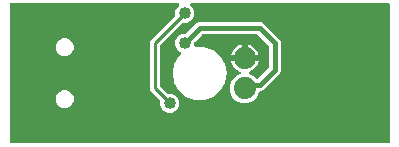
<source format=gbr>
G04 EAGLE Gerber RS-274X export*
G75*
%MOMM*%
%FSLAX34Y34*%
%LPD*%
%INBottom Copper*%
%IPPOS*%
%AMOC8*
5,1,8,0,0,1.08239X$1,22.5*%
G01*
%ADD10C,1.879600*%
%ADD11C,1.016000*%
%ADD12C,0.406400*%
%ADD13C,0.254000*%

G36*
X324984Y4080D02*
X324984Y4080D01*
X325103Y4087D01*
X325141Y4100D01*
X325182Y4105D01*
X325292Y4148D01*
X325405Y4185D01*
X325440Y4207D01*
X325477Y4222D01*
X325573Y4291D01*
X325674Y4355D01*
X325702Y4385D01*
X325735Y4408D01*
X325811Y4500D01*
X325892Y4587D01*
X325912Y4622D01*
X325937Y4653D01*
X325988Y4761D01*
X326046Y4865D01*
X326056Y4905D01*
X326073Y4941D01*
X326095Y5058D01*
X326125Y5173D01*
X326129Y5233D01*
X326133Y5253D01*
X326131Y5274D01*
X326135Y5334D01*
X326135Y121666D01*
X326120Y121784D01*
X326113Y121903D01*
X326100Y121941D01*
X326095Y121982D01*
X326052Y122092D01*
X326015Y122205D01*
X325993Y122240D01*
X325978Y122277D01*
X325909Y122373D01*
X325845Y122474D01*
X325815Y122502D01*
X325792Y122535D01*
X325700Y122611D01*
X325613Y122692D01*
X325578Y122712D01*
X325547Y122737D01*
X325439Y122788D01*
X325335Y122846D01*
X325295Y122856D01*
X325259Y122873D01*
X325142Y122895D01*
X325027Y122925D01*
X324967Y122929D01*
X324947Y122933D01*
X324926Y122931D01*
X324866Y122935D01*
X158325Y122935D01*
X158187Y122918D01*
X158048Y122905D01*
X158029Y122898D01*
X158009Y122895D01*
X157880Y122844D01*
X157749Y122797D01*
X157732Y122786D01*
X157714Y122778D01*
X157601Y122697D01*
X157486Y122619D01*
X157473Y122603D01*
X157456Y122592D01*
X157367Y122484D01*
X157275Y122380D01*
X157266Y122362D01*
X157253Y122347D01*
X157194Y122221D01*
X157131Y122097D01*
X157126Y122077D01*
X157118Y122059D01*
X157092Y121923D01*
X157061Y121787D01*
X157062Y121766D01*
X157058Y121747D01*
X157067Y121608D01*
X157071Y121469D01*
X157077Y121449D01*
X157078Y121429D01*
X157121Y121297D01*
X157159Y121163D01*
X157170Y121146D01*
X157176Y121127D01*
X157250Y121009D01*
X157321Y120889D01*
X157339Y120868D01*
X157346Y120858D01*
X157361Y120844D01*
X157427Y120769D01*
X159291Y118905D01*
X160529Y115917D01*
X160529Y112683D01*
X159291Y109695D01*
X157005Y107409D01*
X154017Y106171D01*
X150905Y106171D01*
X150806Y106159D01*
X150707Y106156D01*
X150649Y106139D01*
X150589Y106131D01*
X150497Y106095D01*
X150402Y106067D01*
X150350Y106037D01*
X150293Y106014D01*
X150213Y105956D01*
X150128Y105906D01*
X150053Y105840D01*
X150036Y105828D01*
X150028Y105818D01*
X150007Y105800D01*
X131690Y87483D01*
X131630Y87405D01*
X131562Y87332D01*
X131533Y87279D01*
X131496Y87232D01*
X131456Y87141D01*
X131408Y87054D01*
X131393Y86995D01*
X131369Y86940D01*
X131354Y86842D01*
X131329Y86746D01*
X131323Y86657D01*
X131321Y86646D01*
X131322Y86640D01*
X131319Y86626D01*
X131321Y86613D01*
X131319Y86585D01*
X131319Y53115D01*
X131331Y53016D01*
X131334Y52917D01*
X131351Y52859D01*
X131359Y52799D01*
X131395Y52707D01*
X131423Y52612D01*
X131453Y52560D01*
X131476Y52503D01*
X131534Y52423D01*
X131584Y52338D01*
X131650Y52263D01*
X131662Y52246D01*
X131672Y52238D01*
X131690Y52217D01*
X137307Y46600D01*
X137385Y46540D01*
X137457Y46472D01*
X137510Y46443D01*
X137558Y46406D01*
X137649Y46366D01*
X137736Y46318D01*
X137795Y46303D01*
X137850Y46279D01*
X137948Y46264D01*
X138044Y46239D01*
X138144Y46233D01*
X138164Y46229D01*
X138177Y46231D01*
X138205Y46229D01*
X141317Y46229D01*
X144305Y44991D01*
X146591Y42705D01*
X147829Y39717D01*
X147829Y36483D01*
X146591Y33495D01*
X144305Y31209D01*
X141317Y29971D01*
X138083Y29971D01*
X135095Y31209D01*
X132809Y33495D01*
X131571Y36483D01*
X131571Y39595D01*
X131559Y39694D01*
X131556Y39793D01*
X131539Y39851D01*
X131531Y39911D01*
X131495Y40003D01*
X131467Y40098D01*
X131445Y40137D01*
X131443Y40143D01*
X131434Y40156D01*
X131414Y40207D01*
X131356Y40287D01*
X131306Y40372D01*
X131276Y40406D01*
X131272Y40412D01*
X131263Y40420D01*
X131240Y40447D01*
X131228Y40464D01*
X131218Y40472D01*
X131200Y40493D01*
X125583Y46110D01*
X122681Y49011D01*
X122681Y90689D01*
X143900Y111907D01*
X143960Y111985D01*
X144028Y112058D01*
X144057Y112111D01*
X144094Y112158D01*
X144134Y112249D01*
X144182Y112336D01*
X144197Y112395D01*
X144221Y112450D01*
X144236Y112548D01*
X144261Y112644D01*
X144267Y112744D01*
X144271Y112764D01*
X144269Y112777D01*
X144271Y112805D01*
X144271Y115917D01*
X145509Y118905D01*
X147373Y120769D01*
X147458Y120878D01*
X147547Y120985D01*
X147555Y121004D01*
X147568Y121020D01*
X147623Y121148D01*
X147682Y121273D01*
X147686Y121293D01*
X147694Y121312D01*
X147716Y121450D01*
X147742Y121586D01*
X147741Y121606D01*
X147744Y121626D01*
X147731Y121765D01*
X147722Y121903D01*
X147716Y121922D01*
X147714Y121942D01*
X147667Y122074D01*
X147624Y122205D01*
X147613Y122223D01*
X147606Y122242D01*
X147528Y122357D01*
X147454Y122474D01*
X147439Y122488D01*
X147428Y122505D01*
X147324Y122597D01*
X147222Y122692D01*
X147205Y122702D01*
X147189Y122715D01*
X147065Y122779D01*
X146944Y122846D01*
X146924Y122851D01*
X146906Y122860D01*
X146770Y122890D01*
X146636Y122925D01*
X146608Y122927D01*
X146596Y122930D01*
X146575Y122929D01*
X146475Y122935D01*
X5334Y122935D01*
X5216Y122920D01*
X5097Y122913D01*
X5059Y122900D01*
X5018Y122895D01*
X4908Y122852D01*
X4795Y122815D01*
X4760Y122793D01*
X4723Y122778D01*
X4627Y122709D01*
X4526Y122645D01*
X4498Y122615D01*
X4465Y122592D01*
X4389Y122500D01*
X4308Y122413D01*
X4288Y122378D01*
X4263Y122347D01*
X4212Y122239D01*
X4154Y122135D01*
X4144Y122095D01*
X4127Y122059D01*
X4105Y121942D01*
X4075Y121827D01*
X4071Y121767D01*
X4067Y121747D01*
X4069Y121726D01*
X4065Y121666D01*
X4065Y5334D01*
X4080Y5216D01*
X4087Y5097D01*
X4100Y5059D01*
X4105Y5018D01*
X4148Y4908D01*
X4185Y4795D01*
X4207Y4760D01*
X4222Y4723D01*
X4291Y4627D01*
X4355Y4526D01*
X4385Y4498D01*
X4408Y4465D01*
X4500Y4389D01*
X4587Y4308D01*
X4622Y4288D01*
X4653Y4263D01*
X4761Y4212D01*
X4865Y4154D01*
X4905Y4144D01*
X4941Y4127D01*
X5058Y4105D01*
X5173Y4075D01*
X5233Y4071D01*
X5253Y4067D01*
X5274Y4069D01*
X5334Y4065D01*
X324866Y4065D01*
X324984Y4080D01*
G37*
%LPC*%
G36*
X200724Y38353D02*
X200724Y38353D01*
X196150Y40248D01*
X192648Y43750D01*
X190753Y48324D01*
X190753Y53276D01*
X192648Y57850D01*
X196150Y61352D01*
X199175Y62605D01*
X199201Y62620D01*
X199230Y62629D01*
X199339Y62698D01*
X199452Y62763D01*
X199473Y62784D01*
X199498Y62800D01*
X199587Y62894D01*
X199680Y62984D01*
X199696Y63010D01*
X199716Y63031D01*
X199779Y63145D01*
X199846Y63255D01*
X199855Y63284D01*
X199869Y63310D01*
X199902Y63436D01*
X199940Y63559D01*
X199941Y63589D01*
X199949Y63618D01*
X199949Y63748D01*
X199955Y63877D01*
X199949Y63906D01*
X199949Y63936D01*
X199917Y64062D01*
X199891Y64188D01*
X199878Y64215D01*
X199870Y64244D01*
X199808Y64358D01*
X199751Y64474D01*
X199732Y64497D01*
X199717Y64523D01*
X199629Y64618D01*
X199545Y64716D01*
X199520Y64733D01*
X199500Y64755D01*
X199391Y64824D01*
X199285Y64899D01*
X199257Y64910D01*
X199231Y64926D01*
X199082Y64985D01*
X198617Y65136D01*
X196943Y65989D01*
X195422Y67094D01*
X194094Y68422D01*
X192989Y69943D01*
X192136Y71617D01*
X191555Y73404D01*
X191515Y73661D01*
X201930Y73661D01*
X202048Y73676D01*
X202167Y73683D01*
X202205Y73696D01*
X202245Y73701D01*
X202356Y73744D01*
X202469Y73781D01*
X202503Y73803D01*
X202541Y73818D01*
X202637Y73888D01*
X202738Y73951D01*
X202766Y73981D01*
X202798Y74004D01*
X202874Y74096D01*
X202956Y74183D01*
X202975Y74218D01*
X203001Y74249D01*
X203052Y74357D01*
X203109Y74461D01*
X203120Y74501D01*
X203137Y74537D01*
X203159Y74654D01*
X203189Y74769D01*
X203193Y74830D01*
X203197Y74850D01*
X203195Y74870D01*
X203199Y74930D01*
X203199Y76201D01*
X203201Y76201D01*
X203201Y74930D01*
X203216Y74812D01*
X203223Y74693D01*
X203236Y74655D01*
X203241Y74614D01*
X203285Y74504D01*
X203321Y74391D01*
X203343Y74356D01*
X203358Y74319D01*
X203428Y74223D01*
X203491Y74122D01*
X203521Y74094D01*
X203545Y74061D01*
X203636Y73986D01*
X203723Y73904D01*
X203758Y73884D01*
X203790Y73859D01*
X203897Y73808D01*
X204002Y73750D01*
X204041Y73740D01*
X204077Y73723D01*
X204194Y73701D01*
X204309Y73671D01*
X204370Y73667D01*
X204390Y73663D01*
X204410Y73665D01*
X204470Y73661D01*
X214885Y73661D01*
X214845Y73404D01*
X214264Y71617D01*
X213411Y69943D01*
X212306Y68422D01*
X210978Y67094D01*
X209457Y65989D01*
X207783Y65136D01*
X207318Y64985D01*
X207291Y64972D01*
X207262Y64965D01*
X207147Y64905D01*
X207030Y64850D01*
X207007Y64831D01*
X206981Y64817D01*
X206885Y64729D01*
X206785Y64647D01*
X206768Y64623D01*
X206746Y64603D01*
X206674Y64494D01*
X206598Y64390D01*
X206587Y64362D01*
X206571Y64337D01*
X206529Y64214D01*
X206481Y64094D01*
X206477Y64064D01*
X206468Y64036D01*
X206457Y63907D01*
X206441Y63779D01*
X206445Y63749D01*
X206442Y63719D01*
X206465Y63591D01*
X206481Y63463D01*
X206492Y63435D01*
X206497Y63406D01*
X206550Y63288D01*
X206598Y63167D01*
X206615Y63143D01*
X206627Y63116D01*
X206708Y63015D01*
X206784Y62910D01*
X206807Y62891D01*
X206826Y62867D01*
X206929Y62790D01*
X207029Y62707D01*
X207056Y62694D01*
X207080Y62676D01*
X207225Y62605D01*
X210250Y61352D01*
X212511Y59091D01*
X212605Y59018D01*
X212694Y58940D01*
X212730Y58921D01*
X212762Y58896D01*
X212872Y58849D01*
X212978Y58795D01*
X213017Y58786D01*
X213054Y58770D01*
X213172Y58751D01*
X213288Y58725D01*
X213328Y58726D01*
X213368Y58720D01*
X213487Y58731D01*
X213606Y58735D01*
X213645Y58746D01*
X213685Y58750D01*
X213797Y58790D01*
X213911Y58823D01*
X213946Y58844D01*
X213984Y58858D01*
X214083Y58925D01*
X214185Y58985D01*
X214230Y59025D01*
X214247Y59036D01*
X214261Y59051D01*
X214306Y59091D01*
X223148Y67933D01*
X223208Y68011D01*
X223276Y68083D01*
X223305Y68136D01*
X223342Y68184D01*
X223382Y68275D01*
X223430Y68362D01*
X223445Y68420D01*
X223469Y68476D01*
X223484Y68574D01*
X223509Y68670D01*
X223515Y68770D01*
X223519Y68790D01*
X223517Y68802D01*
X223519Y68830D01*
X223519Y86270D01*
X223507Y86368D01*
X223504Y86467D01*
X223487Y86525D01*
X223479Y86585D01*
X223443Y86677D01*
X223415Y86772D01*
X223385Y86825D01*
X223362Y86881D01*
X223304Y86961D01*
X223254Y87046D01*
X223188Y87122D01*
X223176Y87138D01*
X223166Y87146D01*
X223148Y87167D01*
X214167Y96148D01*
X214089Y96208D01*
X214017Y96276D01*
X213964Y96305D01*
X213916Y96342D01*
X213825Y96382D01*
X213738Y96430D01*
X213680Y96445D01*
X213624Y96469D01*
X213526Y96484D01*
X213430Y96509D01*
X213330Y96515D01*
X213310Y96519D01*
X213298Y96517D01*
X213270Y96519D01*
X167730Y96519D01*
X167632Y96507D01*
X167533Y96504D01*
X167475Y96487D01*
X167415Y96479D01*
X167323Y96443D01*
X167228Y96415D01*
X167175Y96385D01*
X167119Y96362D01*
X167039Y96304D01*
X166954Y96254D01*
X166878Y96188D01*
X166862Y96176D01*
X166854Y96166D01*
X166833Y96148D01*
X160900Y90215D01*
X160840Y90137D01*
X160772Y90065D01*
X160743Y90012D01*
X160706Y89964D01*
X160666Y89873D01*
X160618Y89786D01*
X160603Y89728D01*
X160579Y89672D01*
X160564Y89574D01*
X160539Y89478D01*
X160533Y89378D01*
X160529Y89358D01*
X160531Y89346D01*
X160529Y89318D01*
X160529Y87376D01*
X160544Y87258D01*
X160551Y87139D01*
X160564Y87101D01*
X160569Y87060D01*
X160612Y86950D01*
X160649Y86837D01*
X160671Y86802D01*
X160686Y86765D01*
X160755Y86669D01*
X160819Y86568D01*
X160849Y86540D01*
X160872Y86507D01*
X160964Y86431D01*
X161051Y86350D01*
X161086Y86330D01*
X161117Y86305D01*
X161225Y86254D01*
X161329Y86196D01*
X161369Y86186D01*
X161405Y86169D01*
X161522Y86147D01*
X161637Y86117D01*
X161697Y86113D01*
X161717Y86109D01*
X161738Y86111D01*
X161798Y86107D01*
X169086Y86107D01*
X176578Y83380D01*
X182685Y78256D01*
X186671Y71351D01*
X188055Y63500D01*
X186671Y55649D01*
X182685Y48745D01*
X176578Y43620D01*
X169086Y40893D01*
X161114Y40893D01*
X153622Y43620D01*
X147515Y48744D01*
X143529Y55649D01*
X142145Y63500D01*
X143529Y71351D01*
X147515Y78255D01*
X149000Y79502D01*
X149071Y79579D01*
X149149Y79649D01*
X149179Y79695D01*
X149216Y79735D01*
X149266Y79827D01*
X149324Y79915D01*
X149341Y79967D01*
X149368Y80015D01*
X149393Y80116D01*
X149427Y80216D01*
X149431Y80270D01*
X149445Y80323D01*
X149444Y80428D01*
X149452Y80533D01*
X149443Y80587D01*
X149442Y80641D01*
X149416Y80742D01*
X149398Y80846D01*
X149375Y80896D01*
X149361Y80949D01*
X149310Y81040D01*
X149267Y81136D01*
X149233Y81179D01*
X149206Y81226D01*
X149134Y81302D01*
X149069Y81384D01*
X149025Y81417D01*
X148987Y81457D01*
X148898Y81513D01*
X148815Y81576D01*
X148736Y81614D01*
X148718Y81626D01*
X148703Y81630D01*
X148670Y81647D01*
X147795Y82009D01*
X145509Y84295D01*
X144271Y87283D01*
X144271Y90517D01*
X145509Y93505D01*
X147795Y95791D01*
X150783Y97029D01*
X152818Y97029D01*
X152916Y97041D01*
X153015Y97044D01*
X153073Y97061D01*
X153133Y97069D01*
X153225Y97105D01*
X153320Y97133D01*
X153373Y97163D01*
X153429Y97186D01*
X153509Y97244D01*
X153594Y97294D01*
X153670Y97360D01*
X153686Y97372D01*
X153694Y97382D01*
X153715Y97400D01*
X160614Y104299D01*
X160614Y104300D01*
X162222Y105907D01*
X164089Y106681D01*
X216911Y106681D01*
X218778Y105907D01*
X231299Y93386D01*
X231300Y93386D01*
X232907Y91778D01*
X233681Y89911D01*
X233681Y65189D01*
X232907Y63322D01*
X218778Y49193D01*
X216911Y48419D01*
X216534Y48419D01*
X216505Y48416D01*
X216475Y48418D01*
X216347Y48396D01*
X216219Y48379D01*
X216191Y48369D01*
X216162Y48364D01*
X216044Y48310D01*
X215923Y48262D01*
X215899Y48245D01*
X215872Y48233D01*
X215771Y48152D01*
X215666Y48076D01*
X215647Y48053D01*
X215624Y48034D01*
X215546Y47931D01*
X215463Y47831D01*
X215450Y47804D01*
X215432Y47780D01*
X215362Y47636D01*
X213752Y43750D01*
X210250Y40248D01*
X205676Y38353D01*
X200724Y38353D01*
G37*
%LPD*%
%LPC*%
G36*
X49298Y77951D02*
X49298Y77951D01*
X46524Y79100D01*
X44400Y81224D01*
X43251Y83998D01*
X43251Y87002D01*
X44400Y89776D01*
X46524Y91900D01*
X49298Y93049D01*
X52302Y93049D01*
X55076Y91900D01*
X57200Y89776D01*
X58349Y87002D01*
X58349Y83998D01*
X57200Y81224D01*
X55076Y79100D01*
X52302Y77951D01*
X49298Y77951D01*
G37*
%LPD*%
%LPC*%
G36*
X49298Y33951D02*
X49298Y33951D01*
X46524Y35100D01*
X44400Y37224D01*
X43251Y39998D01*
X43251Y43002D01*
X44400Y45776D01*
X46524Y47900D01*
X49298Y49049D01*
X52302Y49049D01*
X55076Y47900D01*
X57200Y45776D01*
X58349Y43002D01*
X58349Y39998D01*
X57200Y37224D01*
X55076Y35100D01*
X52302Y33951D01*
X49298Y33951D01*
G37*
%LPD*%
%LPC*%
G36*
X205739Y78739D02*
X205739Y78739D01*
X205739Y87885D01*
X205996Y87845D01*
X207783Y87264D01*
X209457Y86411D01*
X210978Y85306D01*
X212306Y83978D01*
X213411Y82457D01*
X214264Y80783D01*
X214845Y78996D01*
X214885Y78739D01*
X205739Y78739D01*
G37*
%LPD*%
%LPC*%
G36*
X191515Y78739D02*
X191515Y78739D01*
X191555Y78996D01*
X192136Y80783D01*
X192989Y82457D01*
X194094Y83978D01*
X195422Y85306D01*
X196943Y86411D01*
X198617Y87264D01*
X200404Y87845D01*
X200661Y87885D01*
X200661Y78739D01*
X191515Y78739D01*
G37*
%LPD*%
D10*
X203200Y76200D03*
X203200Y50800D03*
D11*
X113030Y63500D03*
X114300Y101600D03*
D12*
X152400Y88900D02*
X165100Y101600D01*
X215900Y101600D01*
X228600Y88900D01*
X228600Y66200D01*
X215900Y53500D01*
X205900Y53500D01*
X203200Y50800D01*
D11*
X152400Y88900D03*
D13*
X127000Y50800D02*
X139700Y38100D01*
X127000Y50800D02*
X127000Y88900D01*
X152400Y114300D01*
D11*
X152400Y114300D03*
X139700Y38100D03*
M02*

</source>
